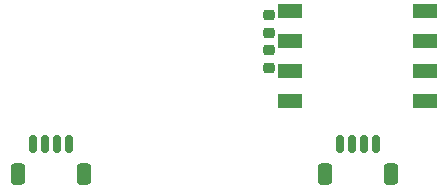
<source format=gbr>
%TF.GenerationSoftware,KiCad,Pcbnew,6.0.10-86aedd382b~118~ubuntu22.04.1*%
%TF.CreationDate,2023-03-06T18:26:28-08:00*%
%TF.ProjectId,pressure-qwiic-3,70726573-7375-4726-952d-71776969632d,rev?*%
%TF.SameCoordinates,Original*%
%TF.FileFunction,Soldermask,Top*%
%TF.FilePolarity,Negative*%
%FSLAX46Y46*%
G04 Gerber Fmt 4.6, Leading zero omitted, Abs format (unit mm)*
G04 Created by KiCad (PCBNEW 6.0.10-86aedd382b~118~ubuntu22.04.1) date 2023-03-06 18:26:28*
%MOMM*%
%LPD*%
G01*
G04 APERTURE LIST*
G04 Aperture macros list*
%AMRoundRect*
0 Rectangle with rounded corners*
0 $1 Rounding radius*
0 $2 $3 $4 $5 $6 $7 $8 $9 X,Y pos of 4 corners*
0 Add a 4 corners polygon primitive as box body*
4,1,4,$2,$3,$4,$5,$6,$7,$8,$9,$2,$3,0*
0 Add four circle primitives for the rounded corners*
1,1,$1+$1,$2,$3*
1,1,$1+$1,$4,$5*
1,1,$1+$1,$6,$7*
1,1,$1+$1,$8,$9*
0 Add four rect primitives between the rounded corners*
20,1,$1+$1,$2,$3,$4,$5,0*
20,1,$1+$1,$4,$5,$6,$7,0*
20,1,$1+$1,$6,$7,$8,$9,0*
20,1,$1+$1,$8,$9,$2,$3,0*%
G04 Aperture macros list end*
%ADD10RoundRect,0.150000X0.150000X0.625000X-0.150000X0.625000X-0.150000X-0.625000X0.150000X-0.625000X0*%
%ADD11RoundRect,0.250000X0.350000X0.650000X-0.350000X0.650000X-0.350000X-0.650000X0.350000X-0.650000X0*%
%ADD12R,2.032000X1.143000*%
%ADD13RoundRect,0.225000X-0.250000X0.225000X-0.250000X-0.225000X0.250000X-0.225000X0.250000X0.225000X0*%
%ADD14RoundRect,0.225000X0.250000X-0.225000X0.250000X0.225000X-0.250000X0.225000X-0.250000X-0.225000X0*%
G04 APERTURE END LIST*
D10*
%TO.C,J4*%
X14500000Y-12675000D03*
X13500000Y-12675000D03*
X12500000Y-12675000D03*
X11500000Y-12675000D03*
D11*
X10200000Y-15200000D03*
X15800000Y-15200000D03*
%TD*%
D12*
%TO.C,U1*%
X7284000Y-1440000D03*
X7284000Y-3980000D03*
X7284000Y-6520000D03*
X7284000Y-9060000D03*
X18716000Y-9060000D03*
X18716000Y-6520000D03*
X18716000Y-3980000D03*
X18716000Y-1440000D03*
%TD*%
D10*
%TO.C,J3*%
X-11500000Y-12675000D03*
X-12500000Y-12675000D03*
X-13500000Y-12675000D03*
X-14500000Y-12675000D03*
D11*
X-15800000Y-15200000D03*
X-10200000Y-15200000D03*
%TD*%
D13*
%TO.C,C11*%
X5500000Y-4725000D03*
X5500000Y-6275000D03*
%TD*%
D14*
%TO.C,C12*%
X5500000Y-3275000D03*
X5500000Y-1725000D03*
%TD*%
M02*

</source>
